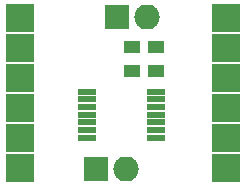
<source format=gts>
G04 #@! TF.FileFunction,Soldermask,Top*
%FSLAX46Y46*%
G04 Gerber Fmt 4.6, Leading zero omitted, Abs format (unit mm)*
G04 Created by KiCad (PCBNEW 4.0.4+e1-6308~48~ubuntu16.04.1-stable) date Thu Nov  3 23:07:18 2016*
%MOMM*%
%LPD*%
G01*
G04 APERTURE LIST*
%ADD10C,0.100000*%
%ADD11R,2.132000X2.132000*%
%ADD12O,2.132000X2.132000*%
%ADD13R,2.335200X2.335200*%
%ADD14R,1.550000X0.550000*%
%ADD15R,1.350000X1.100000*%
G04 APERTURE END LIST*
D10*
D11*
X219329000Y-88849200D03*
D12*
X221869000Y-88849200D03*
D11*
X217525600Y-101701600D03*
D12*
X220065600Y-101701600D03*
D13*
X211074000Y-88900000D03*
X228523800Y-88900000D03*
X211074000Y-96520000D03*
X211074000Y-99060000D03*
X228523800Y-101600000D03*
X211074000Y-101600000D03*
X228523800Y-93980000D03*
X228523800Y-91440000D03*
X211074000Y-91440000D03*
X211074000Y-93980000D03*
X228523800Y-99060000D03*
X228523800Y-96520000D03*
D14*
X216760000Y-95154200D03*
X216760000Y-95804200D03*
X216760000Y-96454200D03*
X216760000Y-97104200D03*
X216760000Y-97754200D03*
X216760000Y-98404200D03*
X216760000Y-99054200D03*
X222660000Y-99054200D03*
X222660000Y-98404200D03*
X222660000Y-97754200D03*
X222660000Y-97104200D03*
X222660000Y-96454200D03*
X222660000Y-95804200D03*
X222660000Y-95154200D03*
D15*
X222625700Y-93374200D03*
X222625700Y-91374200D03*
X220573600Y-93379800D03*
X220573600Y-91379800D03*
M02*

</source>
